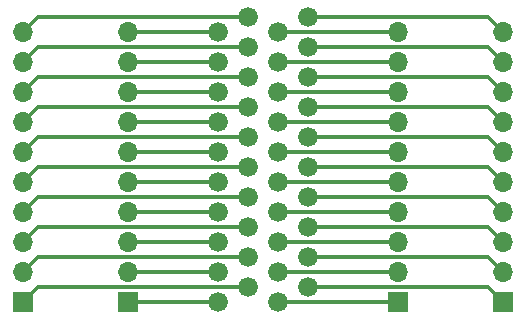
<source format=gbl>
G04 #@! TF.GenerationSoftware,KiCad,Pcbnew,5.1.10-88a1d61d58~88~ubuntu20.10.1*
G04 #@! TF.CreationDate,2021-05-13T20:13:21+02:00*
G04 #@! TF.ProjectId,Cartridge-Breakout-Board,43617274-7269-4646-9765-2d427265616b,1.0*
G04 #@! TF.SameCoordinates,Original*
G04 #@! TF.FileFunction,Copper,L2,Bot*
G04 #@! TF.FilePolarity,Positive*
%FSLAX46Y46*%
G04 Gerber Fmt 4.6, Leading zero omitted, Abs format (unit mm)*
G04 Created by KiCad (PCBNEW 5.1.10-88a1d61d58~88~ubuntu20.10.1) date 2021-05-13 20:13:21*
%MOMM*%
%LPD*%
G01*
G04 APERTURE LIST*
G04 #@! TA.AperFunction,ComponentPad*
%ADD10C,1.676400*%
G04 #@! TD*
G04 #@! TA.AperFunction,ComponentPad*
%ADD11R,1.700000X1.700000*%
G04 #@! TD*
G04 #@! TA.AperFunction,ComponentPad*
%ADD12O,1.700000X1.700000*%
G04 #@! TD*
G04 #@! TA.AperFunction,Conductor*
%ADD13C,0.350000*%
G04 #@! TD*
G04 APERTURE END LIST*
D10*
X101280000Y-76440000D03*
X103820000Y-75170000D03*
X101280000Y-73900000D03*
X103820000Y-72630000D03*
X101280000Y-71360000D03*
X103820000Y-70090000D03*
X101280000Y-68820000D03*
X103820000Y-67550000D03*
X101280000Y-66280000D03*
X103820000Y-65010000D03*
X101280000Y-63740000D03*
X103820000Y-62470000D03*
X101280000Y-61200000D03*
X103820000Y-59930000D03*
X101280000Y-58660000D03*
X103820000Y-57390000D03*
X101280000Y-56120000D03*
X103820000Y-54850000D03*
X101280000Y-53580000D03*
X103820000Y-52310000D03*
X106360000Y-76440000D03*
X108900000Y-75170000D03*
X106360000Y-73900000D03*
X108900000Y-72630000D03*
X106360000Y-71360000D03*
X108900000Y-70090000D03*
X106360000Y-68820000D03*
X108900000Y-67550000D03*
X106360000Y-66280000D03*
X108900000Y-65010000D03*
X106360000Y-63740000D03*
X108900000Y-62470000D03*
X106360000Y-61200000D03*
X108900000Y-59930000D03*
X106360000Y-58660000D03*
X108900000Y-57390000D03*
X106360000Y-56120000D03*
X108900000Y-54850000D03*
X106360000Y-53580000D03*
X108900000Y-52310000D03*
D11*
X116520000Y-76440000D03*
D12*
X116520000Y-73900000D03*
X116520000Y-71360000D03*
X116520000Y-68820000D03*
X116520000Y-66280000D03*
X116520000Y-63740000D03*
X116520000Y-61200000D03*
X116520000Y-58660000D03*
X116520000Y-56120000D03*
X116520000Y-53580000D03*
X93660000Y-53580000D03*
X93660000Y-56120000D03*
X93660000Y-58660000D03*
X93660000Y-61200000D03*
X93660000Y-63740000D03*
X93660000Y-66280000D03*
X93660000Y-68820000D03*
X93660000Y-71360000D03*
X93660000Y-73900000D03*
D11*
X93660000Y-76440000D03*
X125410000Y-76440000D03*
D12*
X125410000Y-73900000D03*
X125410000Y-71360000D03*
X125410000Y-68820000D03*
X125410000Y-66280000D03*
X125410000Y-63740000D03*
X125410000Y-61200000D03*
X125410000Y-58660000D03*
X125410000Y-56120000D03*
X125410000Y-53580000D03*
X84770000Y-53580000D03*
X84770000Y-56120000D03*
X84770000Y-58660000D03*
X84770000Y-61200000D03*
X84770000Y-63740000D03*
X84770000Y-66280000D03*
X84770000Y-68820000D03*
X84770000Y-71360000D03*
X84770000Y-73900000D03*
D11*
X84770000Y-76440000D03*
D13*
X106360000Y-76440000D02*
X116520000Y-76440000D01*
X106360000Y-73900000D02*
X116520000Y-73900000D01*
X106360000Y-71360000D02*
X116520000Y-71360000D01*
X106360000Y-68820000D02*
X116520000Y-68820000D01*
X106360000Y-66280000D02*
X116520000Y-66280000D01*
X106360000Y-63740000D02*
X116520000Y-63740000D01*
X106360000Y-61200000D02*
X116520000Y-61200000D01*
X106360000Y-58660000D02*
X116520000Y-58660000D01*
X106360000Y-56120000D02*
X116520000Y-56120000D01*
X106360000Y-53580000D02*
X116520000Y-53580000D01*
X93660000Y-53580000D02*
X101280000Y-53580000D01*
X93660000Y-56120000D02*
X101280000Y-56120000D01*
X93660000Y-58660000D02*
X101280000Y-58660000D01*
X93660000Y-61200000D02*
X101280000Y-61200000D01*
X93660000Y-63740000D02*
X101280000Y-63740000D01*
X93660000Y-66280000D02*
X101280000Y-66280000D01*
X93660000Y-68820000D02*
X101280000Y-68820000D01*
X93660000Y-71360000D02*
X101280000Y-71360000D01*
X93660000Y-73900000D02*
X101280000Y-73900000D01*
X93660000Y-76440000D02*
X101280000Y-76440000D01*
X86040000Y-75170000D02*
X84770000Y-76440000D01*
X103820000Y-75170000D02*
X86040000Y-75170000D01*
X86040000Y-72630000D02*
X84770000Y-73900000D01*
X103820000Y-72630000D02*
X86040000Y-72630000D01*
X86040000Y-70090000D02*
X84770000Y-71360000D01*
X103820000Y-70090000D02*
X86040000Y-70090000D01*
X86040000Y-67550000D02*
X84770000Y-68820000D01*
X103820000Y-67550000D02*
X86040000Y-67550000D01*
X86040000Y-65010000D02*
X84770000Y-66280000D01*
X103820000Y-65010000D02*
X86040000Y-65010000D01*
X86040000Y-62470000D02*
X84770000Y-63740000D01*
X103820000Y-62470000D02*
X86040000Y-62470000D01*
X86040000Y-59930000D02*
X84770000Y-61200000D01*
X103820000Y-59930000D02*
X86040000Y-59930000D01*
X86040000Y-57390000D02*
X84770000Y-58660000D01*
X103820000Y-57390000D02*
X86040000Y-57390000D01*
X86040000Y-54850000D02*
X84770000Y-56120000D01*
X103820000Y-54850000D02*
X86040000Y-54850000D01*
X86040000Y-52310000D02*
X84770000Y-53580000D01*
X103820000Y-52310000D02*
X86040000Y-52310000D01*
X124140000Y-75170000D02*
X125410000Y-76440000D01*
X108900000Y-75170000D02*
X124140000Y-75170000D01*
X124140000Y-72630000D02*
X125410000Y-73900000D01*
X108900000Y-72630000D02*
X124140000Y-72630000D01*
X124140000Y-70090000D02*
X125410000Y-71360000D01*
X108900000Y-70090000D02*
X124140000Y-70090000D01*
X124140000Y-67550000D02*
X125410000Y-68820000D01*
X108900000Y-67550000D02*
X124140000Y-67550000D01*
X124140000Y-65010000D02*
X125410000Y-66280000D01*
X108900000Y-65010000D02*
X124140000Y-65010000D01*
X124140000Y-62470000D02*
X125410000Y-63740000D01*
X108900000Y-62470000D02*
X124140000Y-62470000D01*
X124140000Y-59930000D02*
X125410000Y-61200000D01*
X108900000Y-59930000D02*
X124140000Y-59930000D01*
X124140000Y-57390000D02*
X125410000Y-58660000D01*
X108900000Y-57390000D02*
X124140000Y-57390000D01*
X124140000Y-54850000D02*
X125410000Y-56120000D01*
X108900000Y-54850000D02*
X124140000Y-54850000D01*
X124140000Y-52310000D02*
X125410000Y-53580000D01*
X108900000Y-52310000D02*
X124140000Y-52310000D01*
M02*

</source>
